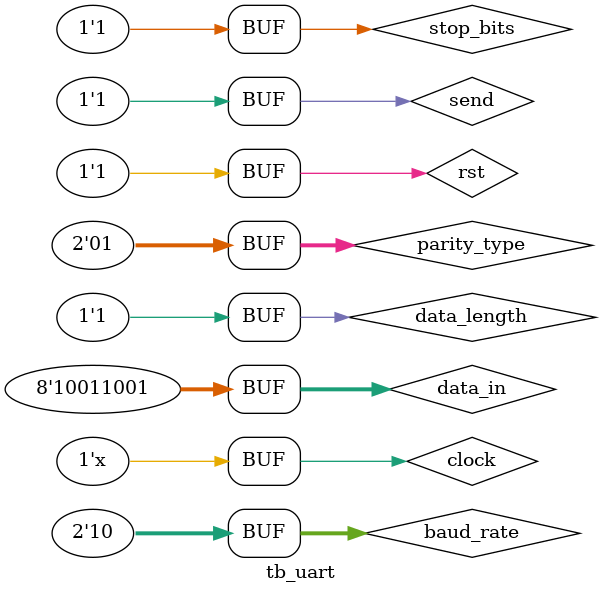
<source format=v>
`timescale 1ns/100ps 
module parity_gen1 (rst, data_in, parity_type, parity_out);
//decleration of the ports 
input [7:0] data_in ;
input [1:0] parity_type ;
input rst;
output reg  parity_out;
reg[7:0] data; 
always @(data_in)
begin 
if (rst)
begin
case (parity_type)
2'b00:begin  parity_out <= 1'bx;    end  //no parity 
2'b01:begin data <= data_in[7]+data_in[6]+ data_in[5]+data_in[4]+ data_in[3]+data_in[2]+ data_in[1]+ data_in[0];end// odd parity
2'b10:begin data <=~data; data <= data_in[7]+data_in[6]+ data_in[5]+data_in[4]+ data_in[3]+data_in[2]+ data_in[1]+ data_in[0]+1'b1;end// even parity
2'b11:begin data <=~data; data <= data_in[7]+data_in[6]+ data_in[5]+data_in[4]+ data_in[3]+data_in[2]+ data_in[1]+ data_in[0]+1'b1; end // no parity at same frame (odd parity)
endcase 
end
else begin data<=0;  end 
end
always@(data)
begin 
if (data%2==0)begin  parity_out <=0 ;  end
else begin parity_out<=1; end

end

endmodule 


module frame_gen1(rst, data_in, parity_out, parity_type, stop_bits, data_length, frame_out);

input rst,parity_out ,stop_bits,data_length;
input [7:0] data_in;
input [1:0] parity_type;
output reg [11:0] frame_out;

always @(data_in)
begin
case(parity_type)
2'b00:begin  
if (stop_bits)
begin 
if (data_length)
begin 
frame_out <={1'b1,1'b1,1'bz,data_in[7] ,data_in[6],data_in[5],data_in[4],data_in[3],data_in[2],data_in[1],data_in[0],1'b0};
end
else
begin
frame_out <={1'b1,1'b1,1'bz,1'bz,data_in[6],data_in[5],data_in[4],data_in[3],data_in[2],data_in[1],data_in[0],1'b0};
end
end
else
begin
if (data_length)
begin 
frame_out <={1'bz,1'b1,1'bz,data_in[7] ,data_in[6],data_in[5],data_in[4],data_in[3],data_in[2],data_in[1],data_in[0],1'b0};
end
else
begin
frame_out <={1'bz,1'b1,1'bz,1'bz,data_in[6],data_in[5],data_in[4],data_in[3],data_in[2],data_in[1],data_in[0],1'b0};
end
end
end
2'b01:begin  
if (stop_bits)
begin 
if (data_length)
begin 
frame_out <={1'b1,1'b1,parity_out,data_in[7] ,data_in[6],data_in[5],data_in[4],data_in[3],data_in[2],data_in[1],data_in[0],1'b0};
end
else
begin
frame_out <={1'b1,1'b1,parity_out,1'bz,data_in[6],data_in[5],data_in[4],data_in[3],data_in[2],data_in[1],data_in[0],1'b0};
end
end
else
begin
if (data_length)
begin 
frame_out <={1'bz,1'b1,parity_out,data_in[7] ,data_in[6],data_in[5],data_in[4],data_in[3],data_in[2],data_in[1],data_in[0],1'b0};
end
else
begin
frame_out <={1'bz,1'b1,parity_out,1'bz,data_in[6],data_in[5],data_in[4],data_in[3],data_in[2],data_in[1],data_in[0],1'b0};
end
end
end

2'b10:begin  
if (stop_bits)
begin 
if (data_length)
begin 
frame_out <={1'b1,1'b1,parity_out,data_in[7] ,data_in[6],data_in[5],data_in[4],data_in[3],data_in[2],data_in[1],data_in[0],1'b0};
end
else
begin
frame_out <={1'b1,1'b1,parity_out,1'bz,data_in[6],data_in[5],data_in[4],data_in[3],data_in[2],data_in[1],data_in[0],1'b0};
end
end
else
begin
if (data_length)
begin 
frame_out <={1'bz,1'b1,parity_out,data_in[7] ,data_in[6],data_in[5],data_in[4],data_in[3],data_in[2],data_in[1],data_in[0],1'b0};
end
else
begin
frame_out <={1'bz,1'b1,parity_out,1'bz,data_in[6],data_in[5],data_in[4],data_in[3],data_in[2],data_in[1],data_in[0],1'b0};
end
end
end

2'b11:begin  
if (stop_bits)
begin 
if (data_length)
begin 
frame_out <={1'b1,1'b1,1'bz,data_in[7] ,data_in[6],data_in[5],data_in[4],data_in[3],data_in[2],data_in[1],data_in[0],1'b0};
end
else
begin
frame_out <={1'b1,1'b1,1'bz,1'bz,data_in[6],data_in[5],data_in[4],data_in[3],data_in[2],data_in[1],data_in[0],1'b0};
end
end
else
begin
if (data_length)
begin 
frame_out <={1'bz,1'b1,1'bz,data_in[7] ,data_in[6],data_in[5],data_in[4],data_in[3],data_in[2],data_in[1],data_in[0],1'b0};
end
else
begin
frame_out <={1'bz,1'b1,1'bz,1'bz,data_in[6],data_in[5],data_in[4],data_in[3],data_in[2],data_in[1],data_in[0],1'b0};
end
end
end



endcase
end
always @(rst)
begin 
if (rst)begin frame_out <= frame_out;  end

else begin frame_out <= 0;   end 

end

endmodule 
//testbench
module tb_parity ();
reg [7:0] data_in ;
reg [1:0] parity_type ;
reg rst;
wire  parity_out;

initial 
begin 
$monitor ("%b   %b",rst , parity_out);
rst=0;
#5
rst=1;
parity_type = 2'b11; 

data_in = 8'b1111_0000;

end


parity_gen1 g1 (rst, data_in, parity_type, parity_out);
endmodule 


module tb_frame ();

reg rst,parity_out ,stop_bits,data_length;
reg [7:0] data_in;
reg [1:0] parity_type;
wire [11:0] frame_out;

initial 
begin 
$monitor ("%b   %b    %b   %b   %b   %b",rst,parity_type ,stop_bits,data_length,parity_out,frame_out);
rst=0;
#5
rst=1;
parity_type = 2'b01;
stop_bits=1;
data_length=0;
parity_out=1;
#5
data_in=8'b1101_1001;

end 
frame_gen1 g1(rst, data_in, parity_out, parity_type, stop_bits, data_length, frame_out);

endmodule 
module baud_gen1(rst, clock, baud_rate, baud_out);

input rst , clock ;
input [1:0] baud_rate;
output reg baud_out;
reg[15:0] baud;
always @(posedge clock)
begin 
case (baud_rate)
00:
begin
if (baud==10416)
begin 
baud_out <= ~(baud_out); baud<=0;
end 
else 
begin 
baud<=baud+1;
end
end
01:
begin
if (baud==5208)
begin 
baud_out <= ~(baud_out); baud<=0;
end 
else 
begin 
baud<=baud+1;
end                        
end
10:
begin
if (baud== 2604 )
begin 
baud_out <= ~(baud_out); baud<=0;
end 
else 
begin 
baud<=baud+1;
end                             
end
11:
begin
if (baud== 1302 )
begin 
baud_out <= ~(baud_out); baud<=0;
end 
else 
begin 
baud<=baud+1;
end                            
end

endcase


end

always @(rst)
begin 
if (!rst)begin baud <=0; baud_out<=0;    end
end

endmodule
module tb_baud_gen1();
reg rst , clock ;
reg [1:0] baud_rate;
wire baud_out;
initial 
begin 
$monitor ("%b  %b  %b",rst,clock,baud_out);

baud_rate =2'b11;
rst=0;
#3
rst=1;

clock=0;

baud_rate =2'b01;

end
always
begin 
#10
clock=~clock;
end


baud_gen1 g1(rst, clock, baud_rate, baud_out);
endmodule 


module shift_reg1(rst, frame_out, parity_type, stop_bits, data_length, send, baud_out, data_out, p_parity_out, tx_active, tx_done);
input rst , stop_bits , data_length ,send ,baud_out;
input [11:0] frame_out;
input [1:0] parity_type;
output reg  data_out;
output reg p_parity_out,tx_active,tx_done;
reg [7:0]p;

always @(posedge baud_out)
begin
case (parity_type)
00:
begin 
if (send)
begin
if (stop_bits)
begin 
if (data_length)
begin
data_out<=p[0]; 
p <= {1'b0,p[7],p[6],p[5],p[4],p[3],p[2],p[1]};
p_parity_out<=frame_out[9];
end
else
begin
data_out<=p[0]; 
p <= {1'b0,p[7],p[6],p[5],p[4],p[3],p[2],p[1]};
p_parity_out<=frame_out[9];
end
end
else
begin
if (data_length)
begin 
data_out<=p[0]; 
p <= {1'b0,p[7],p[6],p[5],p[4],p[3],p[2],p[1]};
p_parity_out<=frame_out[9];end
else
begin
data_out<=p[0]; 
p <= {1'b0,1'bz,p[6],p[5],p[4],p[3],p[2],p[1]};
p_parity_out<=frame_out[9];
end
end
end
end
01:
begin
if (send)
begin
if (stop_bits)
begin 
if (data_length)
begin
data_out<=p[0]; 
p <= {1'b0,p[7],p[6],p[5],p[4],p[3],p[2],p[1]};
p_parity_out<=frame_out[9];
end
else
begin
data_out<=p[0]; 
p <= {1'b0,1'bz,p[6],p[5],p[4],p[3],p[2],p[1]};
p_parity_out<=frame_out[9];
end
end
else
begin
if (data_length)
begin 
data_out<=p[0]; 
p <= {1'b0,p[7],p[6],p[5],p[4],p[3],p[2],p[1]};
p_parity_out<=frame_out[9];end
else
begin
data_out<=p[0]; 
p <= {1'b0,1'bz,p[6],p[5],p[4],p[3],p[2],p[1]};
p_parity_out<=frame_out[9];
end
end
end
end
10:
begin
if (send)
begin
if (stop_bits)
begin 
if (data_length)
begin
data_out<=p[0]; 
p <= {1'b0,p[7],p[6],p[5],p[4],p[3],p[2],p[1]};
p_parity_out<=frame_out[9];
end
else
begin
data_out<=p[0]; 
p <= {1'b0,1'bz,p[6],p[5],p[4],p[3],p[2],p[1]};
p_parity_out<=frame_out[9];
end
end
else
begin
if (data_length)
begin 
data_out<=p[0]; 
p <= {1'b0,p[7],p[6],p[5],p[4],p[3],p[2],p[1]};
p_parity_out<=frame_out[9];end
else
begin
data_out<=p[0]; 
p <= {1'b0,1'bz,p[6],p[5],p[4],p[3],p[2],p[1]};
p_parity_out<=frame_out[9];
end
end
end
end
11:
begin
if (send)
begin
if (stop_bits)
begin 
if (data_length)
begin
data_out<=p[0]; 
p <= {1'b0,p[7],p[6],p[5],p[4],p[3],p[2],p[1]};
p_parity_out<=frame_out[9];
end
else
begin
data_out<=p[0]; 
p <= {1'b0,1'bz,p[6],p[5],p[4],p[3],p[2],p[1]};
p_parity_out<=frame_out[9];
end
end
else
begin
if (data_length)
begin 
data_out<=p[0]; 
p <= {1'b0,p[7],p[6],p[5],p[4],p[3],p[2],p[1]};
p_parity_out<=frame_out[9];end
else
begin
data_out<=p[0]; 
p <= {1'b0,1'bz,p[6],p[5],p[4],p[3],p[2],p[1]};
p_parity_out<=frame_out[9];
end
end
end
end
endcase
if (p=={1'b0,1'b0,1'b0,1'b0,1'b0,1'b0,1'b0,1'b0})
begin 
tx_done<=1;tx_active<=0;
end
else
begin 
tx_active<=1;tx_done<=0;
end
end

always @(rst)
begin 
if (!rst)begin data_out <=0; p_parity_out<=0;tx_active<=0; tx_done<=0;   end
else begin p <= {frame_out[8],frame_out[7],frame_out[6],frame_out[5],frame_out[4],frame_out[3],frame_out[2],frame_out[1]};   end 
end

endmodule 
module tb_shift_reg1();
reg rst , stop_bits , data_length ,send ,baud_out;
reg [11:0] frame_out;
reg [1:0] parity_type;
wire data_out;
wire p_parity_out,tx_active,tx_done;

initial
begin 
$monitor ("%b  %b  %b   %b %b  %b  %b       %b   %b   %b   %b",rst,stop_bits,data_length,send,baud_out,parity_type,frame_out,data_out,p_parity_out,tx_active,tx_done);
rst=0;
#6
rst=1;
baud_out=0;
frame_out =12'bz1z1_1011_1010;
parity_type=2'b00;
send=1;
stop_bits=1;
data_length=1;

end

always
begin
#5
baud_out=~baud_out;
end


shift_reg1 g1(rst, frame_out, parity_type, stop_bits, data_length, send, baud_out, data_out, p_parity_out, tx_active, tx_done);

endmodule 

module uart_tx(clock,rst,send,baud_rate,data_in,parity_type,stop_bits,data_length,data_out,p_parity_out,tx_active,tx_done);
input clock, rst, send;
input [1:0]baud_rate;
input [7:0] data_in;
input [1:0] parity_type; 	//refer to the block comment above. 
input 	stop_bits; 		//low when using 1 stop bit, high when using two stop bits
input 	data_length; 	//low when using 7 data bits, high when using 8.
	
output  data_out; 		//Serial data_out
output  p_parity_out;	//parallel odd parity output, low when using the frame parity.
output  tx_active; 		//high when Tx is transmitting, low when idle.
output  tx_done ;	//high when transmission is done, low when not.

wire parity_out, baud_out;
wire [10:0] frame_out;
parity_gen1 g1(rst, data_in, parity_type, parity_out);
frame_gen1  g2(rst, data_in, parity_out, parity_type, stop_bits, data_length, frame_out);

baud_gen1   g5(rst, clock, baud_rate, baud_out);
shift_reg1  g3(rst, frame_out, parity_type, stop_bits, data_length, send, baud_out, data_out, p_parity_out, tx_active, tx_done);

endmodule 
module tb_uart ();

reg clock, rst, send;
reg [1:0]baud_rate;
reg [7:0] data_in;
reg [1:0] parity_type; 	 
reg 	stop_bits; 		
reg 	data_length; 	
	
wire data_out; 		
wire p_parity_out;	
wire tx_active; 		
wire tx_done ;

initial 
begin
$monitor ("%b %b %b %b",data_out,p_parity_out,clock,data_in);
clock=0;
rst=0;
#11
rst=1;
baud_rate=2'b10;
data_in=8'b1001_1001;
send=1;
parity_type=2'b01;
stop_bits=1;
data_length=1;

end

always
begin
#10
clock=~clock;
end

uart_tx g1(clock,rst,send,baud_rate,data_in,parity_type,stop_bits,data_length,data_out,p_parity_out,tx_active,tx_done);


endmodule 
</source>
